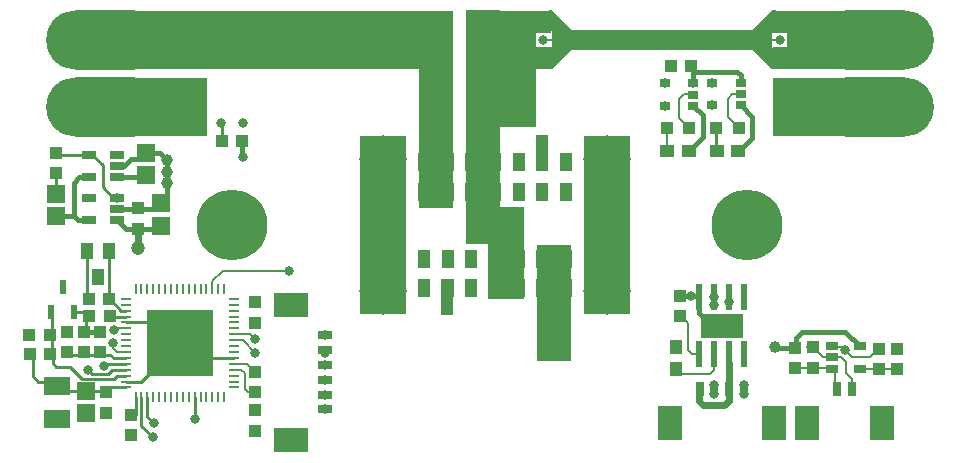
<source format=gtl>
%FSLAX25Y25*%
%MOIN*%
G70*
G01*
G75*
G04 Layer_Physical_Order=1*
G04 Layer_Color=255*
%ADD10R,0.04134X0.04252*%
%ADD11R,0.03543X0.02559*%
%ADD12R,0.04331X0.03937*%
%ADD13R,0.04331X0.02559*%
%ADD14R,0.04252X0.04134*%
%ADD15R,0.02362X0.08661*%
%ADD16R,0.14173X0.07874*%
%ADD17R,0.04331X0.04724*%
%ADD18R,0.03937X0.04331*%
%ADD19R,0.05118X0.02756*%
%ADD20R,0.06299X0.05906*%
%ADD21R,0.22047X0.22047*%
%ADD22O,0.03347X0.00984*%
%ADD23O,0.00984X0.03347*%
%ADD24R,0.04331X0.04331*%
%ADD25R,0.03937X0.05512*%
%ADD26R,0.08268X0.11811*%
%ADD27R,0.03150X0.05118*%
%ADD28R,0.03937X0.05906*%
%ADD29R,0.11811X0.08268*%
%ADD30R,0.05118X0.03150*%
%ADD31R,0.08661X0.06299*%
%ADD32R,0.04724X0.04331*%
%ADD33R,0.02362X0.05118*%
%ADD34C,0.01575*%
%ADD35C,0.01000*%
%ADD36C,0.00787*%
%ADD37C,0.00984*%
%ADD38C,0.02362*%
%ADD39R,0.03937X0.11909*%
%ADD40R,0.11811X0.65551*%
%ADD41R,0.11811X0.38681*%
%ADD42R,0.12008X0.30610*%
%ADD43R,0.11811X0.77953*%
%ADD44R,0.23622X0.38976*%
%ADD45R,0.08268X0.07480*%
%ADD46R,0.36614X0.19685*%
%ADD47R,0.07874X0.07480*%
%ADD48R,0.73622X0.06693*%
%ADD49R,0.10236X0.07480*%
%ADD50R,0.09843X0.07480*%
%ADD51R,0.41142X0.19685*%
%ADD52R,0.40650X0.19685*%
%ADD53R,1.22933X0.19685*%
%ADD54R,0.15748X0.59744*%
%ADD55O,0.39370X0.19685*%
%ADD56C,0.23622*%
%ADD57C,0.15748*%
%ADD58C,0.02598*%
%ADD59C,0.03150*%
%ADD60C,0.03937*%
%ADD61C,0.04724*%
G36*
X184941Y53937D02*
X183071Y52067D01*
Y51870D01*
X180118Y51772D01*
X173327Y58563D01*
Y59744D01*
X179134D01*
X184941Y53937D01*
D02*
G37*
G36*
X113484Y58760D02*
X106496Y51772D01*
X102067Y51870D01*
X101476D01*
X100492Y52854D01*
X107480Y59842D01*
X113484D01*
Y58760D01*
D02*
G37*
G36*
X182677Y71358D02*
X183465D01*
X185236Y69587D01*
X179134Y63484D01*
X173327D01*
Y64665D01*
X180118Y71457D01*
X182677Y71358D01*
D02*
G37*
G36*
X113189Y64764D02*
Y63484D01*
X107480D01*
X105413Y65551D01*
X104331Y66634D01*
Y71260D01*
X106496Y71457D01*
X113189Y64764D01*
D02*
G37*
D10*
X153051Y52756D02*
D03*
X146161D02*
D03*
X-67717Y-36811D02*
D03*
X-60827D02*
D03*
X-40846Y-30512D02*
D03*
X-47736D02*
D03*
X-3445Y27854D02*
D03*
X3445D02*
D03*
D11*
X144193Y39665D02*
D03*
Y47146D02*
D03*
X153642D02*
D03*
Y43406D02*
D03*
Y39665D02*
D03*
X160039Y39764D02*
D03*
Y47244D02*
D03*
X169488D02*
D03*
Y43504D02*
D03*
Y39764D02*
D03*
D12*
X221457Y-41338D02*
D03*
Y-48031D02*
D03*
X215551Y-48032D02*
D03*
Y-41339D02*
D03*
X187598Y-47638D02*
D03*
Y-40945D02*
D03*
X149409Y-30316D02*
D03*
Y-23622D02*
D03*
X7776Y-55906D02*
D03*
Y-49213D02*
D03*
X-33760Y-63385D02*
D03*
Y-70078D02*
D03*
X-55020Y-35728D02*
D03*
Y-42421D02*
D03*
X-44193Y-42422D02*
D03*
Y-35729D02*
D03*
X-58858Y17322D02*
D03*
Y24015D02*
D03*
D13*
X209252Y-40453D02*
D03*
Y-47933D02*
D03*
X199803D02*
D03*
Y-44193D02*
D03*
Y-40453D02*
D03*
D14*
X193504Y-47638D02*
D03*
Y-40748D02*
D03*
X7579Y-32677D02*
D03*
Y-25787D02*
D03*
X7677Y-61712D02*
D03*
Y-68603D02*
D03*
X-41929Y-55709D02*
D03*
Y-62599D02*
D03*
X-49410Y-35630D02*
D03*
Y-42520D02*
D03*
X-31299Y-1280D02*
D03*
Y5610D02*
D03*
D15*
X170689Y-24213D02*
D03*
X165689D02*
D03*
X160689D02*
D03*
X155689D02*
D03*
X170689Y-43110D02*
D03*
X165689D02*
D03*
X160689D02*
D03*
X155689D02*
D03*
D16*
X163189Y-33661D02*
D03*
D17*
X147835Y-40846D02*
D03*
Y-47933D02*
D03*
D18*
X-67520Y-43110D02*
D03*
X-60827D02*
D03*
X-47638Y-24606D02*
D03*
X-40945D02*
D03*
D19*
X-47736Y1575D02*
D03*
Y9055D02*
D03*
X-38287D02*
D03*
Y5315D02*
D03*
Y1575D02*
D03*
X-47736Y15748D02*
D03*
Y23228D02*
D03*
X-38287D02*
D03*
Y19488D02*
D03*
Y15748D02*
D03*
D20*
X-28839Y24016D02*
D03*
Y16535D02*
D03*
X-23819Y7087D02*
D03*
Y-394D02*
D03*
X-58858Y10236D02*
D03*
Y2756D02*
D03*
X-48622Y-55414D02*
D03*
Y-62894D02*
D03*
D21*
X-17421Y-39469D02*
D03*
D22*
X-35433Y-54232D02*
D03*
Y-52264D02*
D03*
Y-50295D02*
D03*
Y-48327D02*
D03*
Y-46358D02*
D03*
Y-44390D02*
D03*
Y-42421D02*
D03*
Y-40453D02*
D03*
Y-38484D02*
D03*
Y-36516D02*
D03*
Y-34547D02*
D03*
Y-32579D02*
D03*
Y-30610D02*
D03*
Y-28642D02*
D03*
Y-26673D02*
D03*
Y-24705D02*
D03*
X591D02*
D03*
Y-26673D02*
D03*
Y-28642D02*
D03*
Y-30610D02*
D03*
Y-32579D02*
D03*
Y-34547D02*
D03*
Y-36516D02*
D03*
Y-38484D02*
D03*
Y-40453D02*
D03*
Y-42421D02*
D03*
Y-44390D02*
D03*
Y-46358D02*
D03*
Y-48327D02*
D03*
Y-50295D02*
D03*
Y-52264D02*
D03*
Y-54232D02*
D03*
D23*
X-32185Y-21457D02*
D03*
X-30217D02*
D03*
X-28248D02*
D03*
X-26280D02*
D03*
X-24311D02*
D03*
X-22343D02*
D03*
X-20374D02*
D03*
X-18406D02*
D03*
X-16437D02*
D03*
X-14469D02*
D03*
X-12500D02*
D03*
X-10531D02*
D03*
X-8563D02*
D03*
X-6594D02*
D03*
X-4626D02*
D03*
X-2657D02*
D03*
Y-57480D02*
D03*
X-4626D02*
D03*
X-6594D02*
D03*
X-8563D02*
D03*
X-10531D02*
D03*
X-12500D02*
D03*
X-14469D02*
D03*
X-16437D02*
D03*
X-18406D02*
D03*
X-20374D02*
D03*
X-22343D02*
D03*
X-24311D02*
D03*
X-26280D02*
D03*
X-28248D02*
D03*
X-30217D02*
D03*
X-32185D02*
D03*
D24*
X152362Y32087D02*
D03*
X144882D02*
D03*
X168897D02*
D03*
X161417D02*
D03*
D25*
X-40945Y-8858D02*
D03*
X-48425D02*
D03*
X-44685Y-17520D02*
D03*
D26*
X216689Y-66094D02*
D03*
X191689D02*
D03*
X145823D02*
D03*
X180665D02*
D03*
D27*
X206594Y-54921D02*
D03*
X201673D02*
D03*
X155807D02*
D03*
X160728D02*
D03*
X165650D02*
D03*
X170571D02*
D03*
D28*
X111205Y20846D02*
D03*
Y11004D02*
D03*
X103331Y20846D02*
D03*
Y11004D02*
D03*
X95457Y20846D02*
D03*
Y11004D02*
D03*
X87583Y20846D02*
D03*
Y11004D02*
D03*
X79709Y20846D02*
D03*
Y11004D02*
D03*
X71835Y20846D02*
D03*
Y11004D02*
D03*
X63961Y20846D02*
D03*
Y11004D02*
D03*
X63961Y-21154D02*
D03*
Y-11311D02*
D03*
X71835Y-21154D02*
D03*
Y-11311D02*
D03*
X79709Y-21154D02*
D03*
Y-11311D02*
D03*
X87583Y-21154D02*
D03*
Y-11311D02*
D03*
X95457Y-21154D02*
D03*
Y-11311D02*
D03*
X103331Y-21154D02*
D03*
Y-11311D02*
D03*
X111205Y-21154D02*
D03*
Y-11311D02*
D03*
D29*
X19732Y-71610D02*
D03*
Y-26925D02*
D03*
D30*
X30906Y-61516D02*
D03*
Y-56595D02*
D03*
Y-36909D02*
D03*
Y-41831D02*
D03*
Y-46752D02*
D03*
Y-51673D02*
D03*
D31*
X-58465Y-64666D02*
D03*
Y-53642D02*
D03*
D32*
X161614Y24606D02*
D03*
X168701D02*
D03*
X145079D02*
D03*
X152165D02*
D03*
D33*
X-60236Y-29134D02*
D03*
X-52756D02*
D03*
X-56496Y-20866D02*
D03*
D34*
X155689Y-29409D02*
X158022Y-31742D01*
X159941Y-33661D01*
X-31299Y5315D02*
X-25591D01*
X-38287D02*
X-31299D01*
X154872Y50935D02*
X154921Y50984D01*
X-49410Y-35630D02*
X-49311Y-35729D01*
X-44193D01*
X180807Y-40846D02*
X180906Y-40945D01*
X187598D01*
X-21555Y9350D02*
Y13878D01*
Y17717D02*
Y21457D01*
X-28839Y24016D02*
X-24114D01*
X-21555Y21457D01*
X-23819Y7087D02*
X-21555Y9350D01*
X153051Y-23622D02*
X155099D01*
X149409D02*
X153051D01*
X155099D02*
X155689Y-24213D01*
X159941Y-33661D02*
X163189D01*
X155689Y-29409D02*
Y-24213D01*
X189862Y-35630D02*
X204429D01*
X187598Y-40945D02*
X187795Y-40749D01*
Y-37697D01*
X189862Y-35630D01*
X204429D02*
X209252Y-40453D01*
X-30906Y21949D02*
X-28839Y24016D01*
X-33563Y21949D02*
X-30906D01*
X-36024Y19488D02*
X-33563Y21949D01*
X-38287Y19488D02*
X-36024D01*
X-38287Y15748D02*
X-29626D01*
X-24705Y-1280D02*
X-23819Y-394D01*
X-38287Y1575D02*
X-35433Y-1280D01*
X-25591Y5315D02*
X-23819Y7087D01*
X-58858Y2756D02*
X-58661Y2953D01*
X-52854D01*
Y13976D02*
X-51083Y15748D01*
X-47736D01*
X-52854Y2953D02*
Y13976D01*
Y2953D02*
X-51476Y1575D01*
X-47736D01*
X-35433Y-1280D02*
X-31299D01*
X-24705D01*
X153642Y39665D02*
X156890Y36417D01*
Y29331D02*
Y36417D01*
X169488Y39764D02*
X173425Y35827D01*
Y28937D02*
Y35827D01*
X169095Y24606D02*
X173425Y28937D01*
X168701Y24606D02*
X169095D01*
X169488Y47244D02*
Y49803D01*
X168307Y50984D02*
X169488Y49803D01*
X154921Y50984D02*
X168307D01*
X153642Y47146D02*
X153740Y47244D01*
X152165Y24606D02*
X156890Y29331D01*
X-29626Y15748D02*
X-28839Y16535D01*
X153740Y47244D02*
Y50935D01*
X154872D01*
X-21555Y13878D02*
Y17717D01*
X3445Y22736D02*
Y27165D01*
Y22736D02*
X3543Y22638D01*
D35*
X-7972Y-44390D02*
X591D01*
X-12500D02*
X-7972D01*
X-48622Y-30512D02*
Y-30413D01*
Y-35335D02*
Y-30512D01*
X-44193Y-43307D02*
X-40552D01*
X-49410D02*
X-44193D01*
X-53347D02*
X-49410D01*
X-66536Y-50492D02*
Y-43110D01*
X-60138Y-36811D02*
Y-29232D01*
Y-42816D02*
Y-36811D01*
X-59843Y-46062D02*
Y-43110D01*
X-38386Y9055D02*
X-38287D01*
X-39665D02*
X-38386D01*
X-60138Y-42816D02*
X-59843Y-43110D01*
X-26870Y-48917D02*
X-22146Y-44193D01*
X-12697D02*
X-12500Y-44390D01*
X-50173Y-51303D02*
X-39295D01*
X-38287Y-50295D01*
X-41929Y-54232D02*
X-35433D01*
X-17421Y-39469D02*
X-12697Y-44193D01*
X-24311Y-32579D02*
X-22146Y-34744D01*
X-17421Y-39469D01*
X-22146Y-44193D02*
X-17421Y-39469D01*
X-30217Y-52264D02*
X-26870Y-48917D01*
X-54134Y-47343D02*
X-50173Y-51303D01*
X-48130Y-48327D02*
X-46744Y-49713D01*
X-41514D01*
X-40128Y-48327D01*
X-35433D01*
X-38287Y-50295D02*
X-35433D01*
X-58563Y-47343D02*
X-54134D01*
X-12500Y-64862D02*
Y-57480D01*
X-28248Y-63976D02*
X-26033Y-66191D01*
X-28248Y-63976D02*
Y-57480D01*
X-30217Y-67028D02*
X-26329Y-70915D01*
X-30217Y-67028D02*
Y-57480D01*
X-58858Y17322D02*
X-58858Y17322D01*
X-58858Y10236D02*
Y17322D01*
X-58858Y24015D02*
X-58071Y23228D01*
X-47736D01*
X-43209Y12598D02*
X-39665Y9055D01*
X-43209Y12598D02*
Y19882D01*
X-46555Y23228D02*
X-43209Y19882D01*
X-47736Y23228D02*
X-46555D01*
X-35433Y-52264D02*
X-30217D01*
X-39469Y-44390D02*
X-35433D01*
X-40552Y-43307D02*
X-39469Y-44390D01*
X-41929Y-55709D02*
X-41929Y-55709D01*
X-33858Y-63287D02*
X-33760Y-63385D01*
X-32185Y-63287D02*
Y-57480D01*
X-42224Y-55414D02*
X-41929Y-55709D01*
X-48622Y-55414D02*
X-42224D01*
X-58465Y-53642D02*
X-56693Y-55414D01*
X-48622D01*
X-48425Y-23820D02*
X-47638Y-24606D01*
X-48425Y-23820D02*
Y-8858D01*
X-40945Y-8858D02*
X-40945Y-8858D01*
X-40945Y-24606D02*
Y-8858D01*
X-39961Y-25591D02*
X-36909Y-28642D01*
X-35433D01*
X-49114Y-29134D02*
X-47736Y-30512D01*
X-52756Y-29134D02*
X-49114D01*
X-40846Y-30512D02*
X-40748Y-30610D01*
X-35433D01*
X-60236Y-29134D02*
X-60138Y-29232D01*
X-58563Y-53740D02*
X-58465Y-53642D01*
X-64764Y-52264D02*
X-58563D01*
X-66536Y-50492D02*
X-64764Y-52264D01*
X-59843Y-46062D02*
X-58563Y-47343D01*
X-35433Y-32579D02*
X-24311D01*
X161417Y24803D02*
Y32087D01*
Y24803D02*
X161614Y24606D01*
D36*
X215551Y-47933D02*
X221359D01*
X209252D02*
X215551D01*
X203248Y-40748D02*
X204281Y-41781D01*
X206693Y-44193D01*
X-6594Y-21457D02*
Y-18799D01*
X-39567Y-41142D02*
Y-39272D01*
Y-41142D02*
X-38287Y-42421D01*
X-35433D01*
X3543Y-38484D02*
X7776Y-42717D01*
X-42618Y-47047D02*
X-41929Y-46358D01*
X6004Y-36516D02*
X7677Y-38189D01*
X591Y-36516D02*
X6004D01*
X591Y-38484D02*
X3543D01*
X4921Y-46358D02*
X7776Y-49213D01*
X591Y-46358D02*
X4921D01*
X3051Y-48327D02*
X4134Y-49409D01*
X591Y-48327D02*
X3051D01*
X5316Y-55906D02*
X7776D01*
X4134Y-54724D02*
X5316Y-55906D01*
X4134Y-54724D02*
Y-49409D01*
X153248Y-43110D02*
X155689D01*
X151969Y-41831D02*
X153248Y-43110D01*
X151969Y-41831D02*
Y-32875D01*
X149409Y-30316D02*
X151969Y-32875D01*
X147835Y-47933D02*
X149508Y-49606D01*
X159350D01*
X160689Y-48268D01*
Y-43110D01*
X206693Y-44193D02*
X212697D01*
X199803Y-40453D02*
X200098Y-40748D01*
X203248D01*
X212697Y-44193D02*
X215551Y-41339D01*
X221359Y-47933D02*
X221457Y-48031D01*
X199803Y-44193D02*
X202953D01*
X196949D02*
X199803D01*
X193503Y-47638D02*
X193504Y-47638D01*
X187598Y-47638D02*
X193503D01*
X199508Y-47638D02*
X199803Y-47933D01*
X193504Y-47638D02*
X199508D01*
X193504Y-40748D02*
X196949Y-44193D01*
X202953D02*
X204528Y-45768D01*
Y-49409D02*
Y-45768D01*
Y-49409D02*
X206594Y-51476D01*
Y-54921D02*
Y-51476D01*
X200984Y-54232D02*
Y-49114D01*
X199803Y-47933D02*
X200984Y-49114D01*
Y-54232D02*
X201673Y-54921D01*
X103740Y61614D02*
X108858D01*
X144882Y24803D02*
Y32087D01*
Y24803D02*
X145079Y24606D01*
X149016Y41929D02*
X150591Y43504D01*
X153543D01*
X153642Y43406D01*
X165157Y35827D02*
X168897Y32087D01*
X149016Y35433D02*
X152362Y32087D01*
X149016Y35433D02*
Y41929D01*
X165157Y35827D02*
Y41929D01*
X166732Y43504D01*
X169488D01*
X177165Y61614D02*
X182480D01*
X183071D01*
X-6594Y-18799D02*
X-3150Y-15354D01*
X18898D01*
X-38780Y-34547D02*
X-35433D01*
X-39469Y-35236D02*
X-38780Y-34547D01*
D37*
X-3445Y27854D02*
Y33957D01*
X-41929Y-46358D02*
X-35433D01*
X-3445Y27165D02*
Y27854D01*
D38*
X165689Y-54882D02*
Y-45965D01*
X165650Y-54921D02*
X165689Y-54882D01*
X155610Y-55118D02*
X155807Y-54921D01*
X155610Y-58858D02*
Y-55118D01*
Y-58858D02*
X156988Y-60236D01*
X164075D01*
X165650Y-58661D01*
Y-54921D01*
X-31299Y-7480D02*
Y-1280D01*
X-31496Y-7677D02*
X-31299Y-7480D01*
D39*
X71752Y-24163D02*
D03*
X103347Y23868D02*
D03*
D40*
X67913Y38091D02*
D03*
D41*
X107283Y-25935D02*
D03*
D42*
X91437Y-9400D02*
D03*
D43*
X83661Y32480D02*
D03*
D44*
X89567Y51968D02*
D03*
D45*
X102362Y67716D02*
D03*
D46*
X203346Y61614D02*
D03*
D47*
X102559Y55512D02*
D03*
D48*
X143307Y61614D02*
D03*
D49*
X185236Y55512D02*
D03*
D50*
X185039Y67716D02*
D03*
D51*
X200689Y39370D02*
D03*
D52*
X-28789D02*
D03*
D53*
X12352Y61614D02*
D03*
D54*
X50197Y-148D02*
D03*
X125000D02*
D03*
D55*
X-42520Y39370D02*
D03*
X214173Y61614D02*
D03*
X-42520Y61614D02*
D03*
X214173Y39370D02*
D03*
D56*
X171653Y0D02*
D03*
X0D02*
D03*
D57*
X124984Y21831D02*
D03*
X50181D02*
D03*
Y-22138D02*
D03*
X124984D02*
D03*
D58*
X167913Y-31299D02*
D03*
Y-36024D02*
D03*
X163189Y-31299D02*
D03*
Y-36024D02*
D03*
X158465Y-31299D02*
D03*
Y-36024D02*
D03*
X-26870Y-48917D02*
D03*
X-22146D02*
D03*
Y-44193D02*
D03*
X-26870D02*
D03*
X-17421D02*
D03*
X-12697D02*
D03*
X-17421Y-48917D02*
D03*
X-12697D02*
D03*
X-7972D02*
D03*
Y-44193D02*
D03*
X-26870Y-39469D02*
D03*
X-12697Y-30020D02*
D03*
X-7972Y-34744D02*
D03*
X-22146Y-30020D02*
D03*
X-12697Y-34744D02*
D03*
X-17421Y-30020D02*
D03*
X-26870D02*
D03*
X-7972D02*
D03*
X-22146Y-34744D02*
D03*
X-17421D02*
D03*
X-26870D02*
D03*
X-7972Y-39469D02*
D03*
X-12697D02*
D03*
X-22146D02*
D03*
X-17421D02*
D03*
D59*
X18898Y-15354D02*
D03*
X-39567Y-39272D02*
D03*
X30911Y-42819D02*
D03*
X30906Y-46752D02*
D03*
X95457Y11004D02*
D03*
X165650Y-25689D02*
D03*
X153642Y47146D02*
D03*
X7677Y-38189D02*
D03*
X-44685Y-17520D02*
D03*
X-47638Y-24606D02*
D03*
X7776Y-42717D02*
D03*
X7579Y-32677D02*
D03*
X-42618Y-47047D02*
D03*
X-48130Y-48327D02*
D03*
X-41929Y-62599D02*
D03*
X7776Y-55906D02*
D03*
X30906Y-61516D02*
D03*
X7682Y-68706D02*
D03*
X-12500Y-64862D02*
D03*
X30906Y-51673D02*
D03*
Y-36909D02*
D03*
Y-56595D02*
D03*
X-26329Y-70915D02*
D03*
X-26033Y-66191D02*
D03*
X7776Y-49213D02*
D03*
X7677Y-61712D02*
D03*
X7579Y-25787D02*
D03*
X-40748Y-30610D02*
D03*
X-58858Y10236D02*
D03*
X-38386Y8957D02*
D03*
X95457Y20846D02*
D03*
X103331Y11004D02*
D03*
X79709Y-21154D02*
D03*
Y-11311D02*
D03*
X71835D02*
D03*
X153051Y-23622D02*
D03*
X149409D02*
D03*
X147835Y-40846D02*
D03*
X160689Y-24213D02*
D03*
X160728Y-26870D02*
D03*
X170571Y-56496D02*
D03*
Y-53445D02*
D03*
X160728Y-56496D02*
D03*
Y-53445D02*
D03*
X204429Y-41634D02*
D03*
X221457Y-41338D02*
D03*
X193110Y-40650D02*
D03*
X-55020Y-35728D02*
D03*
X-58465Y-53642D02*
D03*
X-33760Y-70078D02*
D03*
X-58465Y-64666D02*
D03*
X-48622Y-62894D02*
D03*
X-47736Y-30512D02*
D03*
X-67717Y-36811D02*
D03*
X103740Y61614D02*
D03*
X160039Y47244D02*
D03*
Y39764D02*
D03*
X144193Y39665D02*
D03*
Y47146D02*
D03*
X161614Y24606D02*
D03*
X168701D02*
D03*
X152165D02*
D03*
X145079D02*
D03*
X146161Y52756D02*
D03*
X182480Y61614D02*
D03*
X-39469Y-35236D02*
D03*
X3740Y33957D02*
D03*
X-3740D02*
D03*
X3543Y22638D02*
D03*
D60*
X180807Y-40846D02*
D03*
X110728Y-37992D02*
D03*
X103740Y-43110D02*
D03*
Y-37992D02*
D03*
Y-32677D02*
D03*
X110728D02*
D03*
X110630Y-43110D02*
D03*
X92815Y98D02*
D03*
X87697D02*
D03*
X82480Y197D02*
D03*
X71457Y31398D02*
D03*
X64468D02*
D03*
X64567Y26083D02*
D03*
X71752Y-28150D02*
D03*
X103347Y27854D02*
D03*
X71457Y26083D02*
D03*
X64468Y36713D02*
D03*
X64567Y41831D02*
D03*
X71457Y36713D02*
D03*
Y41831D02*
D03*
X110630Y-27362D02*
D03*
X103740D02*
D03*
X-21555Y21457D02*
D03*
X-28839Y16535D02*
D03*
X-21555Y17717D02*
D03*
Y13878D02*
D03*
D61*
X-31496Y-7677D02*
D03*
M02*

</source>
